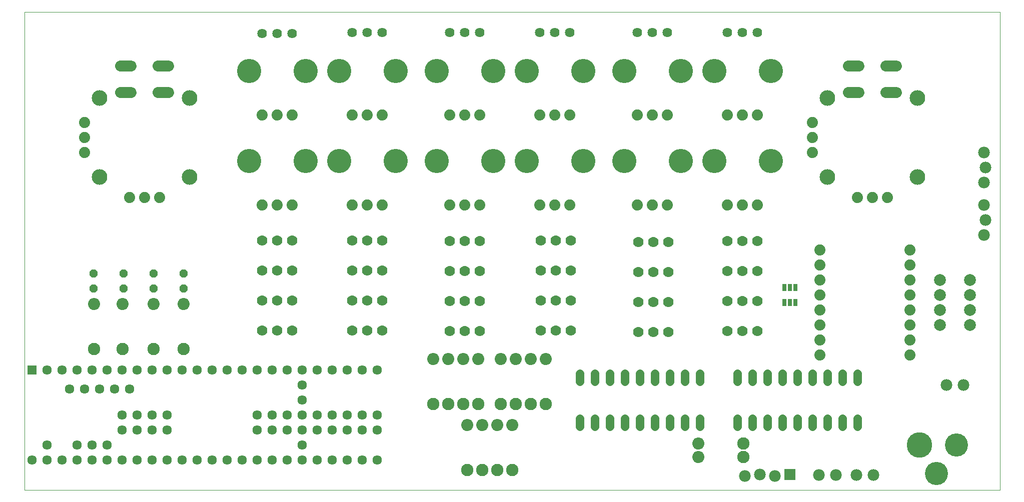
<source format=gts>
G75*
%MOIN*%
%OFA0B0*%
%FSLAX25Y25*%
%IPPOS*%
%LPD*%
%AMOC8*
5,1,8,0,0,1.08239X$1,22.5*
%
%ADD10C,0.00000*%
%ADD11R,0.06337X0.06337*%
%ADD12C,0.06337*%
%ADD13C,0.08062*%
%ADD14C,0.08246*%
%ADD15C,0.07400*%
%ADD16C,0.16998*%
%ADD17C,0.15424*%
%ADD18C,0.07880*%
%ADD19R,0.02565X0.05124*%
%ADD20C,0.10400*%
%ADD21C,0.07400*%
%ADD22C,0.07800*%
%ADD23C,0.05600*%
%ADD24OC8,0.05600*%
%ADD25R,0.07800X0.07800*%
%ADD26C,0.07000*%
%ADD27C,0.16148*%
%ADD28C,0.06400*%
D10*
X0032595Y0002550D02*
X0032595Y0321251D01*
X0682516Y0321251D01*
X0682516Y0002550D01*
X0032595Y0002550D01*
D11*
X0037595Y0082550D03*
D12*
X0047595Y0082550D03*
X0057595Y0082550D03*
X0067595Y0082550D03*
X0077595Y0082550D03*
X0087595Y0082550D03*
X0097595Y0082550D03*
X0107595Y0082550D03*
X0117595Y0082550D03*
X0127595Y0082550D03*
X0137595Y0082550D03*
X0147595Y0082550D03*
X0157595Y0082550D03*
X0167595Y0082550D03*
X0177595Y0082550D03*
X0187595Y0082550D03*
X0197595Y0082550D03*
X0207595Y0082550D03*
X0217595Y0082550D03*
X0217595Y0072550D03*
X0227595Y0082550D03*
X0237595Y0082550D03*
X0247595Y0082550D03*
X0257595Y0082550D03*
X0267595Y0082550D03*
X0217595Y0062550D03*
X0217595Y0052550D03*
X0207595Y0052550D03*
X0197595Y0052550D03*
X0187595Y0052550D03*
X0187595Y0042550D03*
X0197595Y0042550D03*
X0207595Y0042550D03*
X0217595Y0042550D03*
X0227595Y0042550D03*
X0237595Y0042550D03*
X0247595Y0042550D03*
X0257595Y0042550D03*
X0267595Y0042550D03*
X0267595Y0052550D03*
X0257595Y0052550D03*
X0247595Y0052550D03*
X0237595Y0052550D03*
X0227595Y0052550D03*
X0217595Y0032550D03*
X0217595Y0022550D03*
X0207595Y0022550D03*
X0197595Y0022550D03*
X0187595Y0022550D03*
X0177595Y0022550D03*
X0167595Y0022550D03*
X0157595Y0022550D03*
X0147595Y0022550D03*
X0137595Y0022550D03*
X0127595Y0022550D03*
X0117595Y0022550D03*
X0107595Y0022550D03*
X0097595Y0022550D03*
X0087595Y0022550D03*
X0077595Y0022550D03*
X0067595Y0022550D03*
X0057595Y0022550D03*
X0047595Y0022550D03*
X0037595Y0022550D03*
X0047595Y0032550D03*
X0067595Y0032550D03*
X0077595Y0032550D03*
X0087595Y0032550D03*
X0097595Y0042550D03*
X0107595Y0042550D03*
X0117595Y0042550D03*
X0127595Y0042550D03*
X0127595Y0052550D03*
X0117595Y0052550D03*
X0107595Y0052550D03*
X0097595Y0052550D03*
X0092595Y0070050D03*
X0082595Y0070050D03*
X0072595Y0070050D03*
X0062595Y0070050D03*
X0102595Y0070050D03*
X0227595Y0022550D03*
X0237595Y0022550D03*
X0247595Y0022550D03*
X0257595Y0022550D03*
X0267595Y0022550D03*
D13*
X0327595Y0046050D03*
X0337595Y0046050D03*
X0347595Y0046050D03*
X0357595Y0046050D03*
X0360095Y0090050D03*
X0370095Y0090050D03*
X0380095Y0090050D03*
X0350095Y0090050D03*
X0335095Y0090050D03*
X0325095Y0090050D03*
X0315095Y0090050D03*
X0305095Y0090050D03*
X0138595Y0126550D03*
X0118595Y0126550D03*
X0098095Y0126550D03*
X0079095Y0126550D03*
X0481595Y0033550D03*
X0481595Y0024550D03*
D14*
X0511595Y0024550D03*
X0511595Y0033550D03*
X0380095Y0060050D03*
X0370095Y0060050D03*
X0360095Y0060050D03*
X0350095Y0060050D03*
X0335095Y0060050D03*
X0325095Y0060050D03*
X0315095Y0060050D03*
X0305095Y0060050D03*
X0327595Y0016050D03*
X0337595Y0016050D03*
X0347595Y0016050D03*
X0357595Y0016050D03*
X0138595Y0096550D03*
X0118595Y0096550D03*
X0098095Y0096550D03*
X0079095Y0096550D03*
D15*
X0191095Y0192522D03*
X0201095Y0192522D03*
X0211095Y0192522D03*
X0251095Y0192522D03*
X0261095Y0192522D03*
X0271095Y0192522D03*
X0316095Y0192522D03*
X0326095Y0192522D03*
X0336095Y0192522D03*
X0376095Y0192522D03*
X0386095Y0192522D03*
X0396095Y0192522D03*
X0441095Y0192522D03*
X0451095Y0192522D03*
X0461095Y0192522D03*
X0501095Y0192522D03*
X0511095Y0192522D03*
X0521095Y0192522D03*
X0562595Y0162550D03*
X0562595Y0152550D03*
X0562595Y0142550D03*
X0562595Y0132550D03*
X0562595Y0122550D03*
X0562595Y0112550D03*
X0562595Y0102550D03*
X0562595Y0092550D03*
X0622595Y0092550D03*
X0622595Y0102550D03*
X0622595Y0112550D03*
X0622595Y0122550D03*
X0622595Y0132550D03*
X0622595Y0142550D03*
X0622595Y0152550D03*
X0622595Y0162550D03*
X0607595Y0197550D03*
X0597595Y0197550D03*
X0587595Y0197550D03*
X0557595Y0227550D03*
X0557595Y0237550D03*
X0557595Y0247550D03*
X0521095Y0252522D03*
X0511095Y0252522D03*
X0501095Y0252522D03*
X0461095Y0252522D03*
X0451095Y0252522D03*
X0441095Y0252522D03*
X0396095Y0252522D03*
X0386095Y0252522D03*
X0376095Y0252522D03*
X0336095Y0252522D03*
X0326095Y0252522D03*
X0316095Y0252522D03*
X0271095Y0252522D03*
X0261095Y0252522D03*
X0251095Y0252522D03*
X0211095Y0252522D03*
X0201095Y0252522D03*
X0191095Y0252522D03*
X0122595Y0197550D03*
X0112595Y0197550D03*
X0102595Y0197550D03*
X0072595Y0227550D03*
X0072595Y0237550D03*
X0072595Y0247550D03*
D16*
X0629052Y0032550D03*
D17*
X0653658Y0032550D03*
X0640272Y0013652D03*
D18*
X0642595Y0112550D03*
X0642595Y0122550D03*
X0642595Y0132550D03*
X0642595Y0142550D03*
X0662595Y0142550D03*
X0662595Y0132550D03*
X0662595Y0122550D03*
X0662595Y0112550D03*
D19*
X0546335Y0127431D03*
X0542595Y0127431D03*
X0538855Y0127431D03*
X0538855Y0137669D03*
X0542595Y0137669D03*
X0546335Y0137669D03*
D20*
X0567595Y0211300D03*
X0627595Y0211300D03*
X0627595Y0263800D03*
X0567595Y0263800D03*
X0142595Y0263800D03*
X0082595Y0263800D03*
X0082595Y0211300D03*
X0142595Y0211300D03*
D21*
X0128595Y0267550D02*
X0121595Y0267550D01*
X0103595Y0267550D02*
X0096595Y0267550D01*
X0096595Y0285267D02*
X0103595Y0285267D01*
X0121595Y0285267D02*
X0128595Y0285267D01*
X0581595Y0285267D02*
X0588595Y0285267D01*
X0606595Y0285267D02*
X0613595Y0285267D01*
X0613595Y0267550D02*
X0606595Y0267550D01*
X0588595Y0267550D02*
X0581595Y0267550D01*
D22*
X0672095Y0227550D03*
X0673095Y0217550D03*
X0672095Y0207550D03*
X0672095Y0192550D03*
X0673095Y0182550D03*
X0672095Y0172550D03*
X0658295Y0072550D03*
X0646895Y0072550D03*
X0598295Y0012550D03*
X0586895Y0012550D03*
X0573295Y0012550D03*
X0561895Y0012550D03*
X0532595Y0012050D03*
X0522595Y0013050D03*
X0512595Y0012050D03*
D23*
X0507595Y0044950D02*
X0507595Y0050150D01*
X0517595Y0050150D02*
X0517595Y0044950D01*
X0527595Y0044950D02*
X0527595Y0050150D01*
X0537595Y0050150D02*
X0537595Y0044950D01*
X0547595Y0044950D02*
X0547595Y0050150D01*
X0557595Y0050150D02*
X0557595Y0044950D01*
X0567595Y0044950D02*
X0567595Y0050150D01*
X0577595Y0050150D02*
X0577595Y0044950D01*
X0587595Y0044950D02*
X0587595Y0050150D01*
X0587595Y0074950D02*
X0587595Y0080150D01*
X0577595Y0080150D02*
X0577595Y0074950D01*
X0567595Y0074950D02*
X0567595Y0080150D01*
X0557595Y0080150D02*
X0557595Y0074950D01*
X0547595Y0074950D02*
X0547595Y0080150D01*
X0537595Y0080150D02*
X0537595Y0074950D01*
X0527595Y0074950D02*
X0527595Y0080150D01*
X0517595Y0080150D02*
X0517595Y0074950D01*
X0507595Y0074950D02*
X0507595Y0080150D01*
X0482595Y0080150D02*
X0482595Y0074950D01*
X0472595Y0074950D02*
X0472595Y0080150D01*
X0462595Y0080150D02*
X0462595Y0074950D01*
X0452595Y0074950D02*
X0452595Y0080150D01*
X0442595Y0080150D02*
X0442595Y0074950D01*
X0432595Y0074950D02*
X0432595Y0080150D01*
X0422595Y0080150D02*
X0422595Y0074950D01*
X0412595Y0074950D02*
X0412595Y0080150D01*
X0402595Y0080150D02*
X0402595Y0074950D01*
X0402595Y0050150D02*
X0402595Y0044950D01*
X0412595Y0044950D02*
X0412595Y0050150D01*
X0422595Y0050150D02*
X0422595Y0044950D01*
X0432595Y0044950D02*
X0432595Y0050150D01*
X0442595Y0050150D02*
X0442595Y0044950D01*
X0452595Y0044950D02*
X0452595Y0050150D01*
X0462595Y0050150D02*
X0462595Y0044950D01*
X0472595Y0044950D02*
X0472595Y0050150D01*
X0482595Y0050150D02*
X0482595Y0044950D01*
D24*
X0138595Y0137050D03*
X0138595Y0147050D03*
X0118595Y0147050D03*
X0118595Y0137050D03*
X0098595Y0137050D03*
X0098595Y0147050D03*
X0078595Y0147050D03*
X0078595Y0137050D03*
D25*
X0542595Y0013050D03*
D26*
X0521095Y0108550D03*
X0511095Y0108550D03*
X0501095Y0108550D03*
X0461595Y0108050D03*
X0451595Y0108050D03*
X0441595Y0108050D03*
X0441595Y0128050D03*
X0451595Y0128050D03*
X0461595Y0128050D03*
X0461595Y0148050D03*
X0451595Y0148050D03*
X0441595Y0148050D03*
X0441595Y0168050D03*
X0451595Y0168050D03*
X0461595Y0168050D03*
X0501095Y0168550D03*
X0511095Y0168550D03*
X0521095Y0168550D03*
X0521095Y0148550D03*
X0511095Y0148550D03*
X0501095Y0148550D03*
X0501095Y0128550D03*
X0511095Y0128550D03*
X0521095Y0128550D03*
X0396595Y0129050D03*
X0386595Y0129050D03*
X0376595Y0129050D03*
X0376595Y0109050D03*
X0386595Y0109050D03*
X0396595Y0109050D03*
X0336095Y0108550D03*
X0326095Y0108550D03*
X0316095Y0108550D03*
X0316095Y0128550D03*
X0326095Y0128550D03*
X0336095Y0128550D03*
X0336095Y0148550D03*
X0326095Y0148550D03*
X0316095Y0148550D03*
X0316095Y0168550D03*
X0326095Y0168550D03*
X0336095Y0168550D03*
X0376595Y0169050D03*
X0386595Y0169050D03*
X0396595Y0169050D03*
X0396595Y0149050D03*
X0386595Y0149050D03*
X0376595Y0149050D03*
X0271095Y0149050D03*
X0261095Y0149050D03*
X0251095Y0149050D03*
X0251095Y0169050D03*
X0261095Y0169050D03*
X0271095Y0169050D03*
X0211095Y0169050D03*
X0201095Y0169050D03*
X0191095Y0169050D03*
X0191095Y0149050D03*
X0201095Y0149050D03*
X0211095Y0149050D03*
X0211095Y0129050D03*
X0201095Y0129050D03*
X0191095Y0129050D03*
X0191095Y0109050D03*
X0201095Y0109050D03*
X0211095Y0109050D03*
X0251095Y0109050D03*
X0261095Y0109050D03*
X0271095Y0109050D03*
X0271095Y0129050D03*
X0261095Y0129050D03*
X0251095Y0129050D03*
D27*
X0242198Y0222050D03*
X0219993Y0222050D03*
X0182198Y0222050D03*
X0279993Y0222050D03*
X0307198Y0222050D03*
X0344993Y0222050D03*
X0367198Y0222050D03*
X0404993Y0222050D03*
X0432198Y0222050D03*
X0469993Y0222050D03*
X0492198Y0222050D03*
X0529993Y0222050D03*
X0529993Y0282050D03*
X0492198Y0282050D03*
X0469993Y0282050D03*
X0432198Y0282050D03*
X0404993Y0282050D03*
X0367198Y0282050D03*
X0344993Y0282050D03*
X0307198Y0282050D03*
X0279993Y0282050D03*
X0242198Y0282050D03*
X0219993Y0282050D03*
X0182198Y0282050D03*
D28*
X0191095Y0307050D03*
X0201095Y0307050D03*
X0211095Y0307050D03*
X0251095Y0307550D03*
X0261095Y0307550D03*
X0271095Y0307550D03*
X0316095Y0307550D03*
X0326095Y0307550D03*
X0336095Y0307550D03*
X0376095Y0307550D03*
X0386095Y0307550D03*
X0396095Y0307550D03*
X0441095Y0307550D03*
X0451095Y0307550D03*
X0461095Y0307550D03*
X0501095Y0307550D03*
X0511095Y0307550D03*
X0521095Y0307550D03*
M02*

</source>
